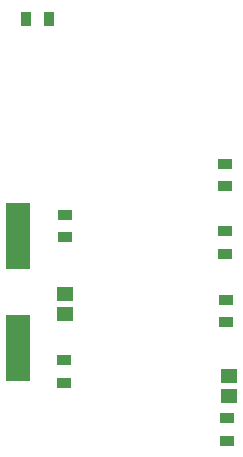
<source format=gtp>
G04*
G04 #@! TF.GenerationSoftware,Altium Limited,Altium Designer,23.4.1 (23)*
G04*
G04 Layer_Color=8421504*
%FSLAX44Y44*%
%MOMM*%
G71*
G04*
G04 #@! TF.SameCoordinates,2D18AEB5-ACAA-45E6-9F21-B50C343496A2*
G04*
G04*
G04 #@! TF.FilePolarity,Positive*
G04*
G01*
G75*
%ADD13R,1.4500X1.2000*%
%ADD14R,1.3000X0.9000*%
%ADD15R,0.9000X1.3000*%
%ADD16R,2.1000X5.6000*%
D13*
X208750Y90750D02*
D03*
Y73750D02*
D03*
X70500Y142750D02*
D03*
Y159750D02*
D03*
D14*
X205750Y270000D02*
D03*
Y251000D02*
D03*
Y212750D02*
D03*
Y193750D02*
D03*
X206250Y155000D02*
D03*
Y136000D02*
D03*
X207500Y54500D02*
D03*
Y35500D02*
D03*
X70250Y227000D02*
D03*
Y208000D02*
D03*
X69250Y103500D02*
D03*
Y84500D02*
D03*
D15*
X37500Y393000D02*
D03*
X56500D02*
D03*
D16*
X30500Y208750D02*
D03*
Y113750D02*
D03*
M02*

</source>
